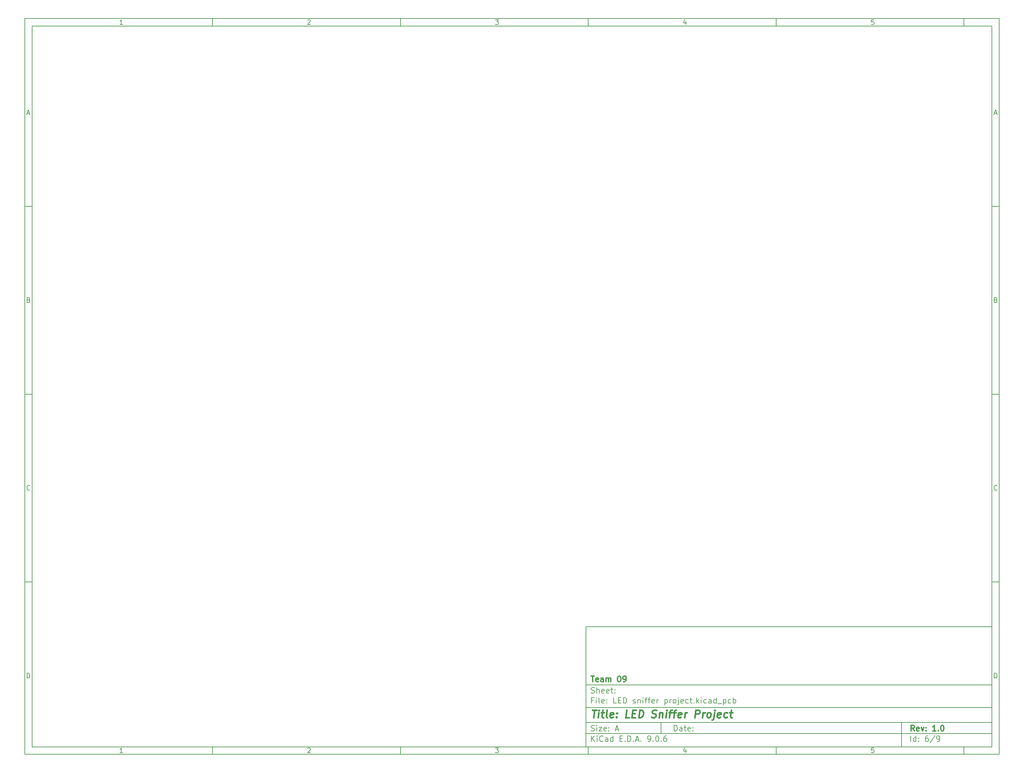
<source format=gbr>
%TF.GenerationSoftware,KiCad,Pcbnew,9.0.6*%
%TF.CreationDate,2025-11-19T19:30:43-08:00*%
%TF.ProjectId,LED sniffer project,4c454420-736e-4696-9666-65722070726f,1.0*%
%TF.SameCoordinates,Original*%
%TF.FileFunction,Legend,Bot*%
%TF.FilePolarity,Positive*%
%FSLAX46Y46*%
G04 Gerber Fmt 4.6, Leading zero omitted, Abs format (unit mm)*
G04 Created by KiCad (PCBNEW 9.0.6) date 2025-11-19 19:30:43*
%MOMM*%
%LPD*%
G01*
G04 APERTURE LIST*
%ADD10C,0.100000*%
%ADD11C,0.150000*%
%ADD12C,0.300000*%
%ADD13C,0.400000*%
G04 APERTURE END LIST*
D10*
D11*
X159400000Y-171900000D02*
X267400000Y-171900000D01*
X267400000Y-203900000D01*
X159400000Y-203900000D01*
X159400000Y-171900000D01*
D10*
D11*
X10000000Y-10000000D02*
X269400000Y-10000000D01*
X269400000Y-205900000D01*
X10000000Y-205900000D01*
X10000000Y-10000000D01*
D10*
D11*
X12000000Y-12000000D02*
X267400000Y-12000000D01*
X267400000Y-203900000D01*
X12000000Y-203900000D01*
X12000000Y-12000000D01*
D10*
D11*
X60000000Y-12000000D02*
X60000000Y-10000000D01*
D10*
D11*
X110000000Y-12000000D02*
X110000000Y-10000000D01*
D10*
D11*
X160000000Y-12000000D02*
X160000000Y-10000000D01*
D10*
D11*
X210000000Y-12000000D02*
X210000000Y-10000000D01*
D10*
D11*
X260000000Y-12000000D02*
X260000000Y-10000000D01*
D10*
D11*
X36089160Y-11593604D02*
X35346303Y-11593604D01*
X35717731Y-11593604D02*
X35717731Y-10293604D01*
X35717731Y-10293604D02*
X35593922Y-10479319D01*
X35593922Y-10479319D02*
X35470112Y-10603128D01*
X35470112Y-10603128D02*
X35346303Y-10665033D01*
D10*
D11*
X85346303Y-10417414D02*
X85408207Y-10355509D01*
X85408207Y-10355509D02*
X85532017Y-10293604D01*
X85532017Y-10293604D02*
X85841541Y-10293604D01*
X85841541Y-10293604D02*
X85965350Y-10355509D01*
X85965350Y-10355509D02*
X86027255Y-10417414D01*
X86027255Y-10417414D02*
X86089160Y-10541223D01*
X86089160Y-10541223D02*
X86089160Y-10665033D01*
X86089160Y-10665033D02*
X86027255Y-10850747D01*
X86027255Y-10850747D02*
X85284398Y-11593604D01*
X85284398Y-11593604D02*
X86089160Y-11593604D01*
D10*
D11*
X135284398Y-10293604D02*
X136089160Y-10293604D01*
X136089160Y-10293604D02*
X135655826Y-10788842D01*
X135655826Y-10788842D02*
X135841541Y-10788842D01*
X135841541Y-10788842D02*
X135965350Y-10850747D01*
X135965350Y-10850747D02*
X136027255Y-10912652D01*
X136027255Y-10912652D02*
X136089160Y-11036461D01*
X136089160Y-11036461D02*
X136089160Y-11345985D01*
X136089160Y-11345985D02*
X136027255Y-11469795D01*
X136027255Y-11469795D02*
X135965350Y-11531700D01*
X135965350Y-11531700D02*
X135841541Y-11593604D01*
X135841541Y-11593604D02*
X135470112Y-11593604D01*
X135470112Y-11593604D02*
X135346303Y-11531700D01*
X135346303Y-11531700D02*
X135284398Y-11469795D01*
D10*
D11*
X185965350Y-10726938D02*
X185965350Y-11593604D01*
X185655826Y-10231700D02*
X185346303Y-11160271D01*
X185346303Y-11160271D02*
X186151064Y-11160271D01*
D10*
D11*
X236027255Y-10293604D02*
X235408207Y-10293604D01*
X235408207Y-10293604D02*
X235346303Y-10912652D01*
X235346303Y-10912652D02*
X235408207Y-10850747D01*
X235408207Y-10850747D02*
X235532017Y-10788842D01*
X235532017Y-10788842D02*
X235841541Y-10788842D01*
X235841541Y-10788842D02*
X235965350Y-10850747D01*
X235965350Y-10850747D02*
X236027255Y-10912652D01*
X236027255Y-10912652D02*
X236089160Y-11036461D01*
X236089160Y-11036461D02*
X236089160Y-11345985D01*
X236089160Y-11345985D02*
X236027255Y-11469795D01*
X236027255Y-11469795D02*
X235965350Y-11531700D01*
X235965350Y-11531700D02*
X235841541Y-11593604D01*
X235841541Y-11593604D02*
X235532017Y-11593604D01*
X235532017Y-11593604D02*
X235408207Y-11531700D01*
X235408207Y-11531700D02*
X235346303Y-11469795D01*
D10*
D11*
X60000000Y-203900000D02*
X60000000Y-205900000D01*
D10*
D11*
X110000000Y-203900000D02*
X110000000Y-205900000D01*
D10*
D11*
X160000000Y-203900000D02*
X160000000Y-205900000D01*
D10*
D11*
X210000000Y-203900000D02*
X210000000Y-205900000D01*
D10*
D11*
X260000000Y-203900000D02*
X260000000Y-205900000D01*
D10*
D11*
X36089160Y-205493604D02*
X35346303Y-205493604D01*
X35717731Y-205493604D02*
X35717731Y-204193604D01*
X35717731Y-204193604D02*
X35593922Y-204379319D01*
X35593922Y-204379319D02*
X35470112Y-204503128D01*
X35470112Y-204503128D02*
X35346303Y-204565033D01*
D10*
D11*
X85346303Y-204317414D02*
X85408207Y-204255509D01*
X85408207Y-204255509D02*
X85532017Y-204193604D01*
X85532017Y-204193604D02*
X85841541Y-204193604D01*
X85841541Y-204193604D02*
X85965350Y-204255509D01*
X85965350Y-204255509D02*
X86027255Y-204317414D01*
X86027255Y-204317414D02*
X86089160Y-204441223D01*
X86089160Y-204441223D02*
X86089160Y-204565033D01*
X86089160Y-204565033D02*
X86027255Y-204750747D01*
X86027255Y-204750747D02*
X85284398Y-205493604D01*
X85284398Y-205493604D02*
X86089160Y-205493604D01*
D10*
D11*
X135284398Y-204193604D02*
X136089160Y-204193604D01*
X136089160Y-204193604D02*
X135655826Y-204688842D01*
X135655826Y-204688842D02*
X135841541Y-204688842D01*
X135841541Y-204688842D02*
X135965350Y-204750747D01*
X135965350Y-204750747D02*
X136027255Y-204812652D01*
X136027255Y-204812652D02*
X136089160Y-204936461D01*
X136089160Y-204936461D02*
X136089160Y-205245985D01*
X136089160Y-205245985D02*
X136027255Y-205369795D01*
X136027255Y-205369795D02*
X135965350Y-205431700D01*
X135965350Y-205431700D02*
X135841541Y-205493604D01*
X135841541Y-205493604D02*
X135470112Y-205493604D01*
X135470112Y-205493604D02*
X135346303Y-205431700D01*
X135346303Y-205431700D02*
X135284398Y-205369795D01*
D10*
D11*
X185965350Y-204626938D02*
X185965350Y-205493604D01*
X185655826Y-204131700D02*
X185346303Y-205060271D01*
X185346303Y-205060271D02*
X186151064Y-205060271D01*
D10*
D11*
X236027255Y-204193604D02*
X235408207Y-204193604D01*
X235408207Y-204193604D02*
X235346303Y-204812652D01*
X235346303Y-204812652D02*
X235408207Y-204750747D01*
X235408207Y-204750747D02*
X235532017Y-204688842D01*
X235532017Y-204688842D02*
X235841541Y-204688842D01*
X235841541Y-204688842D02*
X235965350Y-204750747D01*
X235965350Y-204750747D02*
X236027255Y-204812652D01*
X236027255Y-204812652D02*
X236089160Y-204936461D01*
X236089160Y-204936461D02*
X236089160Y-205245985D01*
X236089160Y-205245985D02*
X236027255Y-205369795D01*
X236027255Y-205369795D02*
X235965350Y-205431700D01*
X235965350Y-205431700D02*
X235841541Y-205493604D01*
X235841541Y-205493604D02*
X235532017Y-205493604D01*
X235532017Y-205493604D02*
X235408207Y-205431700D01*
X235408207Y-205431700D02*
X235346303Y-205369795D01*
D10*
D11*
X10000000Y-60000000D02*
X12000000Y-60000000D01*
D10*
D11*
X10000000Y-110000000D02*
X12000000Y-110000000D01*
D10*
D11*
X10000000Y-160000000D02*
X12000000Y-160000000D01*
D10*
D11*
X10690476Y-35222176D02*
X11309523Y-35222176D01*
X10566666Y-35593604D02*
X10999999Y-34293604D01*
X10999999Y-34293604D02*
X11433333Y-35593604D01*
D10*
D11*
X11092857Y-84912652D02*
X11278571Y-84974557D01*
X11278571Y-84974557D02*
X11340476Y-85036461D01*
X11340476Y-85036461D02*
X11402380Y-85160271D01*
X11402380Y-85160271D02*
X11402380Y-85345985D01*
X11402380Y-85345985D02*
X11340476Y-85469795D01*
X11340476Y-85469795D02*
X11278571Y-85531700D01*
X11278571Y-85531700D02*
X11154761Y-85593604D01*
X11154761Y-85593604D02*
X10659523Y-85593604D01*
X10659523Y-85593604D02*
X10659523Y-84293604D01*
X10659523Y-84293604D02*
X11092857Y-84293604D01*
X11092857Y-84293604D02*
X11216666Y-84355509D01*
X11216666Y-84355509D02*
X11278571Y-84417414D01*
X11278571Y-84417414D02*
X11340476Y-84541223D01*
X11340476Y-84541223D02*
X11340476Y-84665033D01*
X11340476Y-84665033D02*
X11278571Y-84788842D01*
X11278571Y-84788842D02*
X11216666Y-84850747D01*
X11216666Y-84850747D02*
X11092857Y-84912652D01*
X11092857Y-84912652D02*
X10659523Y-84912652D01*
D10*
D11*
X11402380Y-135469795D02*
X11340476Y-135531700D01*
X11340476Y-135531700D02*
X11154761Y-135593604D01*
X11154761Y-135593604D02*
X11030952Y-135593604D01*
X11030952Y-135593604D02*
X10845238Y-135531700D01*
X10845238Y-135531700D02*
X10721428Y-135407890D01*
X10721428Y-135407890D02*
X10659523Y-135284080D01*
X10659523Y-135284080D02*
X10597619Y-135036461D01*
X10597619Y-135036461D02*
X10597619Y-134850747D01*
X10597619Y-134850747D02*
X10659523Y-134603128D01*
X10659523Y-134603128D02*
X10721428Y-134479319D01*
X10721428Y-134479319D02*
X10845238Y-134355509D01*
X10845238Y-134355509D02*
X11030952Y-134293604D01*
X11030952Y-134293604D02*
X11154761Y-134293604D01*
X11154761Y-134293604D02*
X11340476Y-134355509D01*
X11340476Y-134355509D02*
X11402380Y-134417414D01*
D10*
D11*
X10659523Y-185593604D02*
X10659523Y-184293604D01*
X10659523Y-184293604D02*
X10969047Y-184293604D01*
X10969047Y-184293604D02*
X11154761Y-184355509D01*
X11154761Y-184355509D02*
X11278571Y-184479319D01*
X11278571Y-184479319D02*
X11340476Y-184603128D01*
X11340476Y-184603128D02*
X11402380Y-184850747D01*
X11402380Y-184850747D02*
X11402380Y-185036461D01*
X11402380Y-185036461D02*
X11340476Y-185284080D01*
X11340476Y-185284080D02*
X11278571Y-185407890D01*
X11278571Y-185407890D02*
X11154761Y-185531700D01*
X11154761Y-185531700D02*
X10969047Y-185593604D01*
X10969047Y-185593604D02*
X10659523Y-185593604D01*
D10*
D11*
X269400000Y-60000000D02*
X267400000Y-60000000D01*
D10*
D11*
X269400000Y-110000000D02*
X267400000Y-110000000D01*
D10*
D11*
X269400000Y-160000000D02*
X267400000Y-160000000D01*
D10*
D11*
X268090476Y-35222176D02*
X268709523Y-35222176D01*
X267966666Y-35593604D02*
X268399999Y-34293604D01*
X268399999Y-34293604D02*
X268833333Y-35593604D01*
D10*
D11*
X268492857Y-84912652D02*
X268678571Y-84974557D01*
X268678571Y-84974557D02*
X268740476Y-85036461D01*
X268740476Y-85036461D02*
X268802380Y-85160271D01*
X268802380Y-85160271D02*
X268802380Y-85345985D01*
X268802380Y-85345985D02*
X268740476Y-85469795D01*
X268740476Y-85469795D02*
X268678571Y-85531700D01*
X268678571Y-85531700D02*
X268554761Y-85593604D01*
X268554761Y-85593604D02*
X268059523Y-85593604D01*
X268059523Y-85593604D02*
X268059523Y-84293604D01*
X268059523Y-84293604D02*
X268492857Y-84293604D01*
X268492857Y-84293604D02*
X268616666Y-84355509D01*
X268616666Y-84355509D02*
X268678571Y-84417414D01*
X268678571Y-84417414D02*
X268740476Y-84541223D01*
X268740476Y-84541223D02*
X268740476Y-84665033D01*
X268740476Y-84665033D02*
X268678571Y-84788842D01*
X268678571Y-84788842D02*
X268616666Y-84850747D01*
X268616666Y-84850747D02*
X268492857Y-84912652D01*
X268492857Y-84912652D02*
X268059523Y-84912652D01*
D10*
D11*
X268802380Y-135469795D02*
X268740476Y-135531700D01*
X268740476Y-135531700D02*
X268554761Y-135593604D01*
X268554761Y-135593604D02*
X268430952Y-135593604D01*
X268430952Y-135593604D02*
X268245238Y-135531700D01*
X268245238Y-135531700D02*
X268121428Y-135407890D01*
X268121428Y-135407890D02*
X268059523Y-135284080D01*
X268059523Y-135284080D02*
X267997619Y-135036461D01*
X267997619Y-135036461D02*
X267997619Y-134850747D01*
X267997619Y-134850747D02*
X268059523Y-134603128D01*
X268059523Y-134603128D02*
X268121428Y-134479319D01*
X268121428Y-134479319D02*
X268245238Y-134355509D01*
X268245238Y-134355509D02*
X268430952Y-134293604D01*
X268430952Y-134293604D02*
X268554761Y-134293604D01*
X268554761Y-134293604D02*
X268740476Y-134355509D01*
X268740476Y-134355509D02*
X268802380Y-134417414D01*
D10*
D11*
X268059523Y-185593604D02*
X268059523Y-184293604D01*
X268059523Y-184293604D02*
X268369047Y-184293604D01*
X268369047Y-184293604D02*
X268554761Y-184355509D01*
X268554761Y-184355509D02*
X268678571Y-184479319D01*
X268678571Y-184479319D02*
X268740476Y-184603128D01*
X268740476Y-184603128D02*
X268802380Y-184850747D01*
X268802380Y-184850747D02*
X268802380Y-185036461D01*
X268802380Y-185036461D02*
X268740476Y-185284080D01*
X268740476Y-185284080D02*
X268678571Y-185407890D01*
X268678571Y-185407890D02*
X268554761Y-185531700D01*
X268554761Y-185531700D02*
X268369047Y-185593604D01*
X268369047Y-185593604D02*
X268059523Y-185593604D01*
D10*
D11*
X182855826Y-199686128D02*
X182855826Y-198186128D01*
X182855826Y-198186128D02*
X183212969Y-198186128D01*
X183212969Y-198186128D02*
X183427255Y-198257557D01*
X183427255Y-198257557D02*
X183570112Y-198400414D01*
X183570112Y-198400414D02*
X183641541Y-198543271D01*
X183641541Y-198543271D02*
X183712969Y-198828985D01*
X183712969Y-198828985D02*
X183712969Y-199043271D01*
X183712969Y-199043271D02*
X183641541Y-199328985D01*
X183641541Y-199328985D02*
X183570112Y-199471842D01*
X183570112Y-199471842D02*
X183427255Y-199614700D01*
X183427255Y-199614700D02*
X183212969Y-199686128D01*
X183212969Y-199686128D02*
X182855826Y-199686128D01*
X184998684Y-199686128D02*
X184998684Y-198900414D01*
X184998684Y-198900414D02*
X184927255Y-198757557D01*
X184927255Y-198757557D02*
X184784398Y-198686128D01*
X184784398Y-198686128D02*
X184498684Y-198686128D01*
X184498684Y-198686128D02*
X184355826Y-198757557D01*
X184998684Y-199614700D02*
X184855826Y-199686128D01*
X184855826Y-199686128D02*
X184498684Y-199686128D01*
X184498684Y-199686128D02*
X184355826Y-199614700D01*
X184355826Y-199614700D02*
X184284398Y-199471842D01*
X184284398Y-199471842D02*
X184284398Y-199328985D01*
X184284398Y-199328985D02*
X184355826Y-199186128D01*
X184355826Y-199186128D02*
X184498684Y-199114700D01*
X184498684Y-199114700D02*
X184855826Y-199114700D01*
X184855826Y-199114700D02*
X184998684Y-199043271D01*
X185498684Y-198686128D02*
X186070112Y-198686128D01*
X185712969Y-198186128D02*
X185712969Y-199471842D01*
X185712969Y-199471842D02*
X185784398Y-199614700D01*
X185784398Y-199614700D02*
X185927255Y-199686128D01*
X185927255Y-199686128D02*
X186070112Y-199686128D01*
X187141541Y-199614700D02*
X186998684Y-199686128D01*
X186998684Y-199686128D02*
X186712970Y-199686128D01*
X186712970Y-199686128D02*
X186570112Y-199614700D01*
X186570112Y-199614700D02*
X186498684Y-199471842D01*
X186498684Y-199471842D02*
X186498684Y-198900414D01*
X186498684Y-198900414D02*
X186570112Y-198757557D01*
X186570112Y-198757557D02*
X186712970Y-198686128D01*
X186712970Y-198686128D02*
X186998684Y-198686128D01*
X186998684Y-198686128D02*
X187141541Y-198757557D01*
X187141541Y-198757557D02*
X187212970Y-198900414D01*
X187212970Y-198900414D02*
X187212970Y-199043271D01*
X187212970Y-199043271D02*
X186498684Y-199186128D01*
X187855826Y-199543271D02*
X187927255Y-199614700D01*
X187927255Y-199614700D02*
X187855826Y-199686128D01*
X187855826Y-199686128D02*
X187784398Y-199614700D01*
X187784398Y-199614700D02*
X187855826Y-199543271D01*
X187855826Y-199543271D02*
X187855826Y-199686128D01*
X187855826Y-198757557D02*
X187927255Y-198828985D01*
X187927255Y-198828985D02*
X187855826Y-198900414D01*
X187855826Y-198900414D02*
X187784398Y-198828985D01*
X187784398Y-198828985D02*
X187855826Y-198757557D01*
X187855826Y-198757557D02*
X187855826Y-198900414D01*
D10*
D11*
X159400000Y-200400000D02*
X267400000Y-200400000D01*
D10*
D11*
X160855826Y-202486128D02*
X160855826Y-200986128D01*
X161712969Y-202486128D02*
X161070112Y-201628985D01*
X161712969Y-200986128D02*
X160855826Y-201843271D01*
X162355826Y-202486128D02*
X162355826Y-201486128D01*
X162355826Y-200986128D02*
X162284398Y-201057557D01*
X162284398Y-201057557D02*
X162355826Y-201128985D01*
X162355826Y-201128985D02*
X162427255Y-201057557D01*
X162427255Y-201057557D02*
X162355826Y-200986128D01*
X162355826Y-200986128D02*
X162355826Y-201128985D01*
X163927255Y-202343271D02*
X163855827Y-202414700D01*
X163855827Y-202414700D02*
X163641541Y-202486128D01*
X163641541Y-202486128D02*
X163498684Y-202486128D01*
X163498684Y-202486128D02*
X163284398Y-202414700D01*
X163284398Y-202414700D02*
X163141541Y-202271842D01*
X163141541Y-202271842D02*
X163070112Y-202128985D01*
X163070112Y-202128985D02*
X162998684Y-201843271D01*
X162998684Y-201843271D02*
X162998684Y-201628985D01*
X162998684Y-201628985D02*
X163070112Y-201343271D01*
X163070112Y-201343271D02*
X163141541Y-201200414D01*
X163141541Y-201200414D02*
X163284398Y-201057557D01*
X163284398Y-201057557D02*
X163498684Y-200986128D01*
X163498684Y-200986128D02*
X163641541Y-200986128D01*
X163641541Y-200986128D02*
X163855827Y-201057557D01*
X163855827Y-201057557D02*
X163927255Y-201128985D01*
X165212970Y-202486128D02*
X165212970Y-201700414D01*
X165212970Y-201700414D02*
X165141541Y-201557557D01*
X165141541Y-201557557D02*
X164998684Y-201486128D01*
X164998684Y-201486128D02*
X164712970Y-201486128D01*
X164712970Y-201486128D02*
X164570112Y-201557557D01*
X165212970Y-202414700D02*
X165070112Y-202486128D01*
X165070112Y-202486128D02*
X164712970Y-202486128D01*
X164712970Y-202486128D02*
X164570112Y-202414700D01*
X164570112Y-202414700D02*
X164498684Y-202271842D01*
X164498684Y-202271842D02*
X164498684Y-202128985D01*
X164498684Y-202128985D02*
X164570112Y-201986128D01*
X164570112Y-201986128D02*
X164712970Y-201914700D01*
X164712970Y-201914700D02*
X165070112Y-201914700D01*
X165070112Y-201914700D02*
X165212970Y-201843271D01*
X166570113Y-202486128D02*
X166570113Y-200986128D01*
X166570113Y-202414700D02*
X166427255Y-202486128D01*
X166427255Y-202486128D02*
X166141541Y-202486128D01*
X166141541Y-202486128D02*
X165998684Y-202414700D01*
X165998684Y-202414700D02*
X165927255Y-202343271D01*
X165927255Y-202343271D02*
X165855827Y-202200414D01*
X165855827Y-202200414D02*
X165855827Y-201771842D01*
X165855827Y-201771842D02*
X165927255Y-201628985D01*
X165927255Y-201628985D02*
X165998684Y-201557557D01*
X165998684Y-201557557D02*
X166141541Y-201486128D01*
X166141541Y-201486128D02*
X166427255Y-201486128D01*
X166427255Y-201486128D02*
X166570113Y-201557557D01*
X168427255Y-201700414D02*
X168927255Y-201700414D01*
X169141541Y-202486128D02*
X168427255Y-202486128D01*
X168427255Y-202486128D02*
X168427255Y-200986128D01*
X168427255Y-200986128D02*
X169141541Y-200986128D01*
X169784398Y-202343271D02*
X169855827Y-202414700D01*
X169855827Y-202414700D02*
X169784398Y-202486128D01*
X169784398Y-202486128D02*
X169712970Y-202414700D01*
X169712970Y-202414700D02*
X169784398Y-202343271D01*
X169784398Y-202343271D02*
X169784398Y-202486128D01*
X170498684Y-202486128D02*
X170498684Y-200986128D01*
X170498684Y-200986128D02*
X170855827Y-200986128D01*
X170855827Y-200986128D02*
X171070113Y-201057557D01*
X171070113Y-201057557D02*
X171212970Y-201200414D01*
X171212970Y-201200414D02*
X171284399Y-201343271D01*
X171284399Y-201343271D02*
X171355827Y-201628985D01*
X171355827Y-201628985D02*
X171355827Y-201843271D01*
X171355827Y-201843271D02*
X171284399Y-202128985D01*
X171284399Y-202128985D02*
X171212970Y-202271842D01*
X171212970Y-202271842D02*
X171070113Y-202414700D01*
X171070113Y-202414700D02*
X170855827Y-202486128D01*
X170855827Y-202486128D02*
X170498684Y-202486128D01*
X171998684Y-202343271D02*
X172070113Y-202414700D01*
X172070113Y-202414700D02*
X171998684Y-202486128D01*
X171998684Y-202486128D02*
X171927256Y-202414700D01*
X171927256Y-202414700D02*
X171998684Y-202343271D01*
X171998684Y-202343271D02*
X171998684Y-202486128D01*
X172641542Y-202057557D02*
X173355828Y-202057557D01*
X172498685Y-202486128D02*
X172998685Y-200986128D01*
X172998685Y-200986128D02*
X173498685Y-202486128D01*
X173998684Y-202343271D02*
X174070113Y-202414700D01*
X174070113Y-202414700D02*
X173998684Y-202486128D01*
X173998684Y-202486128D02*
X173927256Y-202414700D01*
X173927256Y-202414700D02*
X173998684Y-202343271D01*
X173998684Y-202343271D02*
X173998684Y-202486128D01*
X175927256Y-202486128D02*
X176212970Y-202486128D01*
X176212970Y-202486128D02*
X176355827Y-202414700D01*
X176355827Y-202414700D02*
X176427256Y-202343271D01*
X176427256Y-202343271D02*
X176570113Y-202128985D01*
X176570113Y-202128985D02*
X176641542Y-201843271D01*
X176641542Y-201843271D02*
X176641542Y-201271842D01*
X176641542Y-201271842D02*
X176570113Y-201128985D01*
X176570113Y-201128985D02*
X176498685Y-201057557D01*
X176498685Y-201057557D02*
X176355827Y-200986128D01*
X176355827Y-200986128D02*
X176070113Y-200986128D01*
X176070113Y-200986128D02*
X175927256Y-201057557D01*
X175927256Y-201057557D02*
X175855827Y-201128985D01*
X175855827Y-201128985D02*
X175784399Y-201271842D01*
X175784399Y-201271842D02*
X175784399Y-201628985D01*
X175784399Y-201628985D02*
X175855827Y-201771842D01*
X175855827Y-201771842D02*
X175927256Y-201843271D01*
X175927256Y-201843271D02*
X176070113Y-201914700D01*
X176070113Y-201914700D02*
X176355827Y-201914700D01*
X176355827Y-201914700D02*
X176498685Y-201843271D01*
X176498685Y-201843271D02*
X176570113Y-201771842D01*
X176570113Y-201771842D02*
X176641542Y-201628985D01*
X177284398Y-202343271D02*
X177355827Y-202414700D01*
X177355827Y-202414700D02*
X177284398Y-202486128D01*
X177284398Y-202486128D02*
X177212970Y-202414700D01*
X177212970Y-202414700D02*
X177284398Y-202343271D01*
X177284398Y-202343271D02*
X177284398Y-202486128D01*
X178284399Y-200986128D02*
X178427256Y-200986128D01*
X178427256Y-200986128D02*
X178570113Y-201057557D01*
X178570113Y-201057557D02*
X178641542Y-201128985D01*
X178641542Y-201128985D02*
X178712970Y-201271842D01*
X178712970Y-201271842D02*
X178784399Y-201557557D01*
X178784399Y-201557557D02*
X178784399Y-201914700D01*
X178784399Y-201914700D02*
X178712970Y-202200414D01*
X178712970Y-202200414D02*
X178641542Y-202343271D01*
X178641542Y-202343271D02*
X178570113Y-202414700D01*
X178570113Y-202414700D02*
X178427256Y-202486128D01*
X178427256Y-202486128D02*
X178284399Y-202486128D01*
X178284399Y-202486128D02*
X178141542Y-202414700D01*
X178141542Y-202414700D02*
X178070113Y-202343271D01*
X178070113Y-202343271D02*
X177998684Y-202200414D01*
X177998684Y-202200414D02*
X177927256Y-201914700D01*
X177927256Y-201914700D02*
X177927256Y-201557557D01*
X177927256Y-201557557D02*
X177998684Y-201271842D01*
X177998684Y-201271842D02*
X178070113Y-201128985D01*
X178070113Y-201128985D02*
X178141542Y-201057557D01*
X178141542Y-201057557D02*
X178284399Y-200986128D01*
X179427255Y-202343271D02*
X179498684Y-202414700D01*
X179498684Y-202414700D02*
X179427255Y-202486128D01*
X179427255Y-202486128D02*
X179355827Y-202414700D01*
X179355827Y-202414700D02*
X179427255Y-202343271D01*
X179427255Y-202343271D02*
X179427255Y-202486128D01*
X180784399Y-200986128D02*
X180498684Y-200986128D01*
X180498684Y-200986128D02*
X180355827Y-201057557D01*
X180355827Y-201057557D02*
X180284399Y-201128985D01*
X180284399Y-201128985D02*
X180141541Y-201343271D01*
X180141541Y-201343271D02*
X180070113Y-201628985D01*
X180070113Y-201628985D02*
X180070113Y-202200414D01*
X180070113Y-202200414D02*
X180141541Y-202343271D01*
X180141541Y-202343271D02*
X180212970Y-202414700D01*
X180212970Y-202414700D02*
X180355827Y-202486128D01*
X180355827Y-202486128D02*
X180641541Y-202486128D01*
X180641541Y-202486128D02*
X180784399Y-202414700D01*
X180784399Y-202414700D02*
X180855827Y-202343271D01*
X180855827Y-202343271D02*
X180927256Y-202200414D01*
X180927256Y-202200414D02*
X180927256Y-201843271D01*
X180927256Y-201843271D02*
X180855827Y-201700414D01*
X180855827Y-201700414D02*
X180784399Y-201628985D01*
X180784399Y-201628985D02*
X180641541Y-201557557D01*
X180641541Y-201557557D02*
X180355827Y-201557557D01*
X180355827Y-201557557D02*
X180212970Y-201628985D01*
X180212970Y-201628985D02*
X180141541Y-201700414D01*
X180141541Y-201700414D02*
X180070113Y-201843271D01*
D10*
D11*
X159400000Y-197400000D02*
X267400000Y-197400000D01*
D10*
D12*
X246811653Y-199678328D02*
X246311653Y-198964042D01*
X245954510Y-199678328D02*
X245954510Y-198178328D01*
X245954510Y-198178328D02*
X246525939Y-198178328D01*
X246525939Y-198178328D02*
X246668796Y-198249757D01*
X246668796Y-198249757D02*
X246740225Y-198321185D01*
X246740225Y-198321185D02*
X246811653Y-198464042D01*
X246811653Y-198464042D02*
X246811653Y-198678328D01*
X246811653Y-198678328D02*
X246740225Y-198821185D01*
X246740225Y-198821185D02*
X246668796Y-198892614D01*
X246668796Y-198892614D02*
X246525939Y-198964042D01*
X246525939Y-198964042D02*
X245954510Y-198964042D01*
X248025939Y-199606900D02*
X247883082Y-199678328D01*
X247883082Y-199678328D02*
X247597368Y-199678328D01*
X247597368Y-199678328D02*
X247454510Y-199606900D01*
X247454510Y-199606900D02*
X247383082Y-199464042D01*
X247383082Y-199464042D02*
X247383082Y-198892614D01*
X247383082Y-198892614D02*
X247454510Y-198749757D01*
X247454510Y-198749757D02*
X247597368Y-198678328D01*
X247597368Y-198678328D02*
X247883082Y-198678328D01*
X247883082Y-198678328D02*
X248025939Y-198749757D01*
X248025939Y-198749757D02*
X248097368Y-198892614D01*
X248097368Y-198892614D02*
X248097368Y-199035471D01*
X248097368Y-199035471D02*
X247383082Y-199178328D01*
X248597367Y-198678328D02*
X248954510Y-199678328D01*
X248954510Y-199678328D02*
X249311653Y-198678328D01*
X249883081Y-199535471D02*
X249954510Y-199606900D01*
X249954510Y-199606900D02*
X249883081Y-199678328D01*
X249883081Y-199678328D02*
X249811653Y-199606900D01*
X249811653Y-199606900D02*
X249883081Y-199535471D01*
X249883081Y-199535471D02*
X249883081Y-199678328D01*
X249883081Y-198749757D02*
X249954510Y-198821185D01*
X249954510Y-198821185D02*
X249883081Y-198892614D01*
X249883081Y-198892614D02*
X249811653Y-198821185D01*
X249811653Y-198821185D02*
X249883081Y-198749757D01*
X249883081Y-198749757D02*
X249883081Y-198892614D01*
X252525939Y-199678328D02*
X251668796Y-199678328D01*
X252097367Y-199678328D02*
X252097367Y-198178328D01*
X252097367Y-198178328D02*
X251954510Y-198392614D01*
X251954510Y-198392614D02*
X251811653Y-198535471D01*
X251811653Y-198535471D02*
X251668796Y-198606900D01*
X253168795Y-199535471D02*
X253240224Y-199606900D01*
X253240224Y-199606900D02*
X253168795Y-199678328D01*
X253168795Y-199678328D02*
X253097367Y-199606900D01*
X253097367Y-199606900D02*
X253168795Y-199535471D01*
X253168795Y-199535471D02*
X253168795Y-199678328D01*
X254168796Y-198178328D02*
X254311653Y-198178328D01*
X254311653Y-198178328D02*
X254454510Y-198249757D01*
X254454510Y-198249757D02*
X254525939Y-198321185D01*
X254525939Y-198321185D02*
X254597367Y-198464042D01*
X254597367Y-198464042D02*
X254668796Y-198749757D01*
X254668796Y-198749757D02*
X254668796Y-199106900D01*
X254668796Y-199106900D02*
X254597367Y-199392614D01*
X254597367Y-199392614D02*
X254525939Y-199535471D01*
X254525939Y-199535471D02*
X254454510Y-199606900D01*
X254454510Y-199606900D02*
X254311653Y-199678328D01*
X254311653Y-199678328D02*
X254168796Y-199678328D01*
X254168796Y-199678328D02*
X254025939Y-199606900D01*
X254025939Y-199606900D02*
X253954510Y-199535471D01*
X253954510Y-199535471D02*
X253883081Y-199392614D01*
X253883081Y-199392614D02*
X253811653Y-199106900D01*
X253811653Y-199106900D02*
X253811653Y-198749757D01*
X253811653Y-198749757D02*
X253883081Y-198464042D01*
X253883081Y-198464042D02*
X253954510Y-198321185D01*
X253954510Y-198321185D02*
X254025939Y-198249757D01*
X254025939Y-198249757D02*
X254168796Y-198178328D01*
D10*
D11*
X160784398Y-199614700D02*
X160998684Y-199686128D01*
X160998684Y-199686128D02*
X161355826Y-199686128D01*
X161355826Y-199686128D02*
X161498684Y-199614700D01*
X161498684Y-199614700D02*
X161570112Y-199543271D01*
X161570112Y-199543271D02*
X161641541Y-199400414D01*
X161641541Y-199400414D02*
X161641541Y-199257557D01*
X161641541Y-199257557D02*
X161570112Y-199114700D01*
X161570112Y-199114700D02*
X161498684Y-199043271D01*
X161498684Y-199043271D02*
X161355826Y-198971842D01*
X161355826Y-198971842D02*
X161070112Y-198900414D01*
X161070112Y-198900414D02*
X160927255Y-198828985D01*
X160927255Y-198828985D02*
X160855826Y-198757557D01*
X160855826Y-198757557D02*
X160784398Y-198614700D01*
X160784398Y-198614700D02*
X160784398Y-198471842D01*
X160784398Y-198471842D02*
X160855826Y-198328985D01*
X160855826Y-198328985D02*
X160927255Y-198257557D01*
X160927255Y-198257557D02*
X161070112Y-198186128D01*
X161070112Y-198186128D02*
X161427255Y-198186128D01*
X161427255Y-198186128D02*
X161641541Y-198257557D01*
X162284397Y-199686128D02*
X162284397Y-198686128D01*
X162284397Y-198186128D02*
X162212969Y-198257557D01*
X162212969Y-198257557D02*
X162284397Y-198328985D01*
X162284397Y-198328985D02*
X162355826Y-198257557D01*
X162355826Y-198257557D02*
X162284397Y-198186128D01*
X162284397Y-198186128D02*
X162284397Y-198328985D01*
X162855826Y-198686128D02*
X163641541Y-198686128D01*
X163641541Y-198686128D02*
X162855826Y-199686128D01*
X162855826Y-199686128D02*
X163641541Y-199686128D01*
X164784398Y-199614700D02*
X164641541Y-199686128D01*
X164641541Y-199686128D02*
X164355827Y-199686128D01*
X164355827Y-199686128D02*
X164212969Y-199614700D01*
X164212969Y-199614700D02*
X164141541Y-199471842D01*
X164141541Y-199471842D02*
X164141541Y-198900414D01*
X164141541Y-198900414D02*
X164212969Y-198757557D01*
X164212969Y-198757557D02*
X164355827Y-198686128D01*
X164355827Y-198686128D02*
X164641541Y-198686128D01*
X164641541Y-198686128D02*
X164784398Y-198757557D01*
X164784398Y-198757557D02*
X164855827Y-198900414D01*
X164855827Y-198900414D02*
X164855827Y-199043271D01*
X164855827Y-199043271D02*
X164141541Y-199186128D01*
X165498683Y-199543271D02*
X165570112Y-199614700D01*
X165570112Y-199614700D02*
X165498683Y-199686128D01*
X165498683Y-199686128D02*
X165427255Y-199614700D01*
X165427255Y-199614700D02*
X165498683Y-199543271D01*
X165498683Y-199543271D02*
X165498683Y-199686128D01*
X165498683Y-198757557D02*
X165570112Y-198828985D01*
X165570112Y-198828985D02*
X165498683Y-198900414D01*
X165498683Y-198900414D02*
X165427255Y-198828985D01*
X165427255Y-198828985D02*
X165498683Y-198757557D01*
X165498683Y-198757557D02*
X165498683Y-198900414D01*
X167284398Y-199257557D02*
X167998684Y-199257557D01*
X167141541Y-199686128D02*
X167641541Y-198186128D01*
X167641541Y-198186128D02*
X168141541Y-199686128D01*
D10*
D11*
X245855826Y-202486128D02*
X245855826Y-200986128D01*
X247212970Y-202486128D02*
X247212970Y-200986128D01*
X247212970Y-202414700D02*
X247070112Y-202486128D01*
X247070112Y-202486128D02*
X246784398Y-202486128D01*
X246784398Y-202486128D02*
X246641541Y-202414700D01*
X246641541Y-202414700D02*
X246570112Y-202343271D01*
X246570112Y-202343271D02*
X246498684Y-202200414D01*
X246498684Y-202200414D02*
X246498684Y-201771842D01*
X246498684Y-201771842D02*
X246570112Y-201628985D01*
X246570112Y-201628985D02*
X246641541Y-201557557D01*
X246641541Y-201557557D02*
X246784398Y-201486128D01*
X246784398Y-201486128D02*
X247070112Y-201486128D01*
X247070112Y-201486128D02*
X247212970Y-201557557D01*
X247927255Y-202343271D02*
X247998684Y-202414700D01*
X247998684Y-202414700D02*
X247927255Y-202486128D01*
X247927255Y-202486128D02*
X247855827Y-202414700D01*
X247855827Y-202414700D02*
X247927255Y-202343271D01*
X247927255Y-202343271D02*
X247927255Y-202486128D01*
X247927255Y-201557557D02*
X247998684Y-201628985D01*
X247998684Y-201628985D02*
X247927255Y-201700414D01*
X247927255Y-201700414D02*
X247855827Y-201628985D01*
X247855827Y-201628985D02*
X247927255Y-201557557D01*
X247927255Y-201557557D02*
X247927255Y-201700414D01*
X250427256Y-200986128D02*
X250141541Y-200986128D01*
X250141541Y-200986128D02*
X249998684Y-201057557D01*
X249998684Y-201057557D02*
X249927256Y-201128985D01*
X249927256Y-201128985D02*
X249784398Y-201343271D01*
X249784398Y-201343271D02*
X249712970Y-201628985D01*
X249712970Y-201628985D02*
X249712970Y-202200414D01*
X249712970Y-202200414D02*
X249784398Y-202343271D01*
X249784398Y-202343271D02*
X249855827Y-202414700D01*
X249855827Y-202414700D02*
X249998684Y-202486128D01*
X249998684Y-202486128D02*
X250284398Y-202486128D01*
X250284398Y-202486128D02*
X250427256Y-202414700D01*
X250427256Y-202414700D02*
X250498684Y-202343271D01*
X250498684Y-202343271D02*
X250570113Y-202200414D01*
X250570113Y-202200414D02*
X250570113Y-201843271D01*
X250570113Y-201843271D02*
X250498684Y-201700414D01*
X250498684Y-201700414D02*
X250427256Y-201628985D01*
X250427256Y-201628985D02*
X250284398Y-201557557D01*
X250284398Y-201557557D02*
X249998684Y-201557557D01*
X249998684Y-201557557D02*
X249855827Y-201628985D01*
X249855827Y-201628985D02*
X249784398Y-201700414D01*
X249784398Y-201700414D02*
X249712970Y-201843271D01*
X252284398Y-200914700D02*
X250998684Y-202843271D01*
X252855827Y-202486128D02*
X253141541Y-202486128D01*
X253141541Y-202486128D02*
X253284398Y-202414700D01*
X253284398Y-202414700D02*
X253355827Y-202343271D01*
X253355827Y-202343271D02*
X253498684Y-202128985D01*
X253498684Y-202128985D02*
X253570113Y-201843271D01*
X253570113Y-201843271D02*
X253570113Y-201271842D01*
X253570113Y-201271842D02*
X253498684Y-201128985D01*
X253498684Y-201128985D02*
X253427256Y-201057557D01*
X253427256Y-201057557D02*
X253284398Y-200986128D01*
X253284398Y-200986128D02*
X252998684Y-200986128D01*
X252998684Y-200986128D02*
X252855827Y-201057557D01*
X252855827Y-201057557D02*
X252784398Y-201128985D01*
X252784398Y-201128985D02*
X252712970Y-201271842D01*
X252712970Y-201271842D02*
X252712970Y-201628985D01*
X252712970Y-201628985D02*
X252784398Y-201771842D01*
X252784398Y-201771842D02*
X252855827Y-201843271D01*
X252855827Y-201843271D02*
X252998684Y-201914700D01*
X252998684Y-201914700D02*
X253284398Y-201914700D01*
X253284398Y-201914700D02*
X253427256Y-201843271D01*
X253427256Y-201843271D02*
X253498684Y-201771842D01*
X253498684Y-201771842D02*
X253570113Y-201628985D01*
D10*
D11*
X159400000Y-193400000D02*
X267400000Y-193400000D01*
D10*
D13*
X161091728Y-194104438D02*
X162234585Y-194104438D01*
X161413157Y-196104438D02*
X161663157Y-194104438D01*
X162651252Y-196104438D02*
X162817919Y-194771104D01*
X162901252Y-194104438D02*
X162794109Y-194199676D01*
X162794109Y-194199676D02*
X162877443Y-194294914D01*
X162877443Y-194294914D02*
X162984586Y-194199676D01*
X162984586Y-194199676D02*
X162901252Y-194104438D01*
X162901252Y-194104438D02*
X162877443Y-194294914D01*
X163484586Y-194771104D02*
X164246490Y-194771104D01*
X163853633Y-194104438D02*
X163639348Y-195818723D01*
X163639348Y-195818723D02*
X163710776Y-196009200D01*
X163710776Y-196009200D02*
X163889348Y-196104438D01*
X163889348Y-196104438D02*
X164079824Y-196104438D01*
X165032205Y-196104438D02*
X164853633Y-196009200D01*
X164853633Y-196009200D02*
X164782205Y-195818723D01*
X164782205Y-195818723D02*
X164996490Y-194104438D01*
X166567919Y-196009200D02*
X166365538Y-196104438D01*
X166365538Y-196104438D02*
X165984585Y-196104438D01*
X165984585Y-196104438D02*
X165806014Y-196009200D01*
X165806014Y-196009200D02*
X165734585Y-195818723D01*
X165734585Y-195818723D02*
X165829824Y-195056819D01*
X165829824Y-195056819D02*
X165948871Y-194866342D01*
X165948871Y-194866342D02*
X166151252Y-194771104D01*
X166151252Y-194771104D02*
X166532204Y-194771104D01*
X166532204Y-194771104D02*
X166710776Y-194866342D01*
X166710776Y-194866342D02*
X166782204Y-195056819D01*
X166782204Y-195056819D02*
X166758395Y-195247295D01*
X166758395Y-195247295D02*
X165782204Y-195437771D01*
X167532205Y-195913961D02*
X167615538Y-196009200D01*
X167615538Y-196009200D02*
X167508395Y-196104438D01*
X167508395Y-196104438D02*
X167425062Y-196009200D01*
X167425062Y-196009200D02*
X167532205Y-195913961D01*
X167532205Y-195913961D02*
X167508395Y-196104438D01*
X167663157Y-194866342D02*
X167746490Y-194961580D01*
X167746490Y-194961580D02*
X167639348Y-195056819D01*
X167639348Y-195056819D02*
X167556014Y-194961580D01*
X167556014Y-194961580D02*
X167663157Y-194866342D01*
X167663157Y-194866342D02*
X167639348Y-195056819D01*
X170936967Y-196104438D02*
X169984586Y-196104438D01*
X169984586Y-196104438D02*
X170234586Y-194104438D01*
X171734587Y-195056819D02*
X172401253Y-195056819D01*
X172556015Y-196104438D02*
X171603634Y-196104438D01*
X171603634Y-196104438D02*
X171853634Y-194104438D01*
X171853634Y-194104438D02*
X172806015Y-194104438D01*
X173413158Y-196104438D02*
X173663158Y-194104438D01*
X173663158Y-194104438D02*
X174139349Y-194104438D01*
X174139349Y-194104438D02*
X174413158Y-194199676D01*
X174413158Y-194199676D02*
X174579825Y-194390152D01*
X174579825Y-194390152D02*
X174651253Y-194580628D01*
X174651253Y-194580628D02*
X174698873Y-194961580D01*
X174698873Y-194961580D02*
X174663158Y-195247295D01*
X174663158Y-195247295D02*
X174520301Y-195628247D01*
X174520301Y-195628247D02*
X174401253Y-195818723D01*
X174401253Y-195818723D02*
X174186968Y-196009200D01*
X174186968Y-196009200D02*
X173889349Y-196104438D01*
X173889349Y-196104438D02*
X173413158Y-196104438D01*
X176853635Y-196009200D02*
X177127444Y-196104438D01*
X177127444Y-196104438D02*
X177603635Y-196104438D01*
X177603635Y-196104438D02*
X177806016Y-196009200D01*
X177806016Y-196009200D02*
X177913159Y-195913961D01*
X177913159Y-195913961D02*
X178032206Y-195723485D01*
X178032206Y-195723485D02*
X178056016Y-195533009D01*
X178056016Y-195533009D02*
X177984587Y-195342533D01*
X177984587Y-195342533D02*
X177901254Y-195247295D01*
X177901254Y-195247295D02*
X177722683Y-195152057D01*
X177722683Y-195152057D02*
X177353635Y-195056819D01*
X177353635Y-195056819D02*
X177175063Y-194961580D01*
X177175063Y-194961580D02*
X177091730Y-194866342D01*
X177091730Y-194866342D02*
X177020302Y-194675866D01*
X177020302Y-194675866D02*
X177044111Y-194485390D01*
X177044111Y-194485390D02*
X177163159Y-194294914D01*
X177163159Y-194294914D02*
X177270302Y-194199676D01*
X177270302Y-194199676D02*
X177472683Y-194104438D01*
X177472683Y-194104438D02*
X177948873Y-194104438D01*
X177948873Y-194104438D02*
X178222683Y-194199676D01*
X179008397Y-194771104D02*
X178841730Y-196104438D01*
X178984587Y-194961580D02*
X179091730Y-194866342D01*
X179091730Y-194866342D02*
X179294111Y-194771104D01*
X179294111Y-194771104D02*
X179579825Y-194771104D01*
X179579825Y-194771104D02*
X179758397Y-194866342D01*
X179758397Y-194866342D02*
X179829825Y-195056819D01*
X179829825Y-195056819D02*
X179698873Y-196104438D01*
X180651254Y-196104438D02*
X180817921Y-194771104D01*
X180901254Y-194104438D02*
X180794111Y-194199676D01*
X180794111Y-194199676D02*
X180877445Y-194294914D01*
X180877445Y-194294914D02*
X180984588Y-194199676D01*
X180984588Y-194199676D02*
X180901254Y-194104438D01*
X180901254Y-194104438D02*
X180877445Y-194294914D01*
X181484588Y-194771104D02*
X182246492Y-194771104D01*
X181603635Y-196104438D02*
X181817921Y-194390152D01*
X181817921Y-194390152D02*
X181936969Y-194199676D01*
X181936969Y-194199676D02*
X182139350Y-194104438D01*
X182139350Y-194104438D02*
X182329826Y-194104438D01*
X182627445Y-194771104D02*
X183389349Y-194771104D01*
X182746492Y-196104438D02*
X182960778Y-194390152D01*
X182960778Y-194390152D02*
X183079826Y-194199676D01*
X183079826Y-194199676D02*
X183282207Y-194104438D01*
X183282207Y-194104438D02*
X183472683Y-194104438D01*
X184663159Y-196009200D02*
X184460778Y-196104438D01*
X184460778Y-196104438D02*
X184079825Y-196104438D01*
X184079825Y-196104438D02*
X183901254Y-196009200D01*
X183901254Y-196009200D02*
X183829825Y-195818723D01*
X183829825Y-195818723D02*
X183925064Y-195056819D01*
X183925064Y-195056819D02*
X184044111Y-194866342D01*
X184044111Y-194866342D02*
X184246492Y-194771104D01*
X184246492Y-194771104D02*
X184627444Y-194771104D01*
X184627444Y-194771104D02*
X184806016Y-194866342D01*
X184806016Y-194866342D02*
X184877444Y-195056819D01*
X184877444Y-195056819D02*
X184853635Y-195247295D01*
X184853635Y-195247295D02*
X183877444Y-195437771D01*
X185603635Y-196104438D02*
X185770302Y-194771104D01*
X185722683Y-195152057D02*
X185841730Y-194961580D01*
X185841730Y-194961580D02*
X185948873Y-194866342D01*
X185948873Y-194866342D02*
X186151254Y-194771104D01*
X186151254Y-194771104D02*
X186341730Y-194771104D01*
X188365540Y-196104438D02*
X188615540Y-194104438D01*
X188615540Y-194104438D02*
X189377445Y-194104438D01*
X189377445Y-194104438D02*
X189556016Y-194199676D01*
X189556016Y-194199676D02*
X189639350Y-194294914D01*
X189639350Y-194294914D02*
X189710778Y-194485390D01*
X189710778Y-194485390D02*
X189675064Y-194771104D01*
X189675064Y-194771104D02*
X189556016Y-194961580D01*
X189556016Y-194961580D02*
X189448874Y-195056819D01*
X189448874Y-195056819D02*
X189246493Y-195152057D01*
X189246493Y-195152057D02*
X188484588Y-195152057D01*
X190365540Y-196104438D02*
X190532207Y-194771104D01*
X190484588Y-195152057D02*
X190603635Y-194961580D01*
X190603635Y-194961580D02*
X190710778Y-194866342D01*
X190710778Y-194866342D02*
X190913159Y-194771104D01*
X190913159Y-194771104D02*
X191103635Y-194771104D01*
X191889350Y-196104438D02*
X191710778Y-196009200D01*
X191710778Y-196009200D02*
X191627445Y-195913961D01*
X191627445Y-195913961D02*
X191556016Y-195723485D01*
X191556016Y-195723485D02*
X191627445Y-195152057D01*
X191627445Y-195152057D02*
X191746492Y-194961580D01*
X191746492Y-194961580D02*
X191853635Y-194866342D01*
X191853635Y-194866342D02*
X192056016Y-194771104D01*
X192056016Y-194771104D02*
X192341730Y-194771104D01*
X192341730Y-194771104D02*
X192520302Y-194866342D01*
X192520302Y-194866342D02*
X192603635Y-194961580D01*
X192603635Y-194961580D02*
X192675064Y-195152057D01*
X192675064Y-195152057D02*
X192603635Y-195723485D01*
X192603635Y-195723485D02*
X192484588Y-195913961D01*
X192484588Y-195913961D02*
X192377445Y-196009200D01*
X192377445Y-196009200D02*
X192175064Y-196104438D01*
X192175064Y-196104438D02*
X191889350Y-196104438D01*
X193579826Y-194771104D02*
X193365540Y-196485390D01*
X193365540Y-196485390D02*
X193246493Y-196675866D01*
X193246493Y-196675866D02*
X193044112Y-196771104D01*
X193044112Y-196771104D02*
X192948874Y-196771104D01*
X193663159Y-194104438D02*
X193556016Y-194199676D01*
X193556016Y-194199676D02*
X193639350Y-194294914D01*
X193639350Y-194294914D02*
X193746493Y-194199676D01*
X193746493Y-194199676D02*
X193663159Y-194104438D01*
X193663159Y-194104438D02*
X193639350Y-194294914D01*
X195139350Y-196009200D02*
X194936969Y-196104438D01*
X194936969Y-196104438D02*
X194556016Y-196104438D01*
X194556016Y-196104438D02*
X194377445Y-196009200D01*
X194377445Y-196009200D02*
X194306016Y-195818723D01*
X194306016Y-195818723D02*
X194401255Y-195056819D01*
X194401255Y-195056819D02*
X194520302Y-194866342D01*
X194520302Y-194866342D02*
X194722683Y-194771104D01*
X194722683Y-194771104D02*
X195103635Y-194771104D01*
X195103635Y-194771104D02*
X195282207Y-194866342D01*
X195282207Y-194866342D02*
X195353635Y-195056819D01*
X195353635Y-195056819D02*
X195329826Y-195247295D01*
X195329826Y-195247295D02*
X194353635Y-195437771D01*
X196948874Y-196009200D02*
X196746493Y-196104438D01*
X196746493Y-196104438D02*
X196365541Y-196104438D01*
X196365541Y-196104438D02*
X196186969Y-196009200D01*
X196186969Y-196009200D02*
X196103636Y-195913961D01*
X196103636Y-195913961D02*
X196032207Y-195723485D01*
X196032207Y-195723485D02*
X196103636Y-195152057D01*
X196103636Y-195152057D02*
X196222683Y-194961580D01*
X196222683Y-194961580D02*
X196329826Y-194866342D01*
X196329826Y-194866342D02*
X196532207Y-194771104D01*
X196532207Y-194771104D02*
X196913160Y-194771104D01*
X196913160Y-194771104D02*
X197091731Y-194866342D01*
X197675065Y-194771104D02*
X198436969Y-194771104D01*
X198044112Y-194104438D02*
X197829827Y-195818723D01*
X197829827Y-195818723D02*
X197901255Y-196009200D01*
X197901255Y-196009200D02*
X198079827Y-196104438D01*
X198079827Y-196104438D02*
X198270303Y-196104438D01*
D10*
D11*
X161355826Y-191500414D02*
X160855826Y-191500414D01*
X160855826Y-192286128D02*
X160855826Y-190786128D01*
X160855826Y-190786128D02*
X161570112Y-190786128D01*
X162141540Y-192286128D02*
X162141540Y-191286128D01*
X162141540Y-190786128D02*
X162070112Y-190857557D01*
X162070112Y-190857557D02*
X162141540Y-190928985D01*
X162141540Y-190928985D02*
X162212969Y-190857557D01*
X162212969Y-190857557D02*
X162141540Y-190786128D01*
X162141540Y-190786128D02*
X162141540Y-190928985D01*
X163070112Y-192286128D02*
X162927255Y-192214700D01*
X162927255Y-192214700D02*
X162855826Y-192071842D01*
X162855826Y-192071842D02*
X162855826Y-190786128D01*
X164212969Y-192214700D02*
X164070112Y-192286128D01*
X164070112Y-192286128D02*
X163784398Y-192286128D01*
X163784398Y-192286128D02*
X163641540Y-192214700D01*
X163641540Y-192214700D02*
X163570112Y-192071842D01*
X163570112Y-192071842D02*
X163570112Y-191500414D01*
X163570112Y-191500414D02*
X163641540Y-191357557D01*
X163641540Y-191357557D02*
X163784398Y-191286128D01*
X163784398Y-191286128D02*
X164070112Y-191286128D01*
X164070112Y-191286128D02*
X164212969Y-191357557D01*
X164212969Y-191357557D02*
X164284398Y-191500414D01*
X164284398Y-191500414D02*
X164284398Y-191643271D01*
X164284398Y-191643271D02*
X163570112Y-191786128D01*
X164927254Y-192143271D02*
X164998683Y-192214700D01*
X164998683Y-192214700D02*
X164927254Y-192286128D01*
X164927254Y-192286128D02*
X164855826Y-192214700D01*
X164855826Y-192214700D02*
X164927254Y-192143271D01*
X164927254Y-192143271D02*
X164927254Y-192286128D01*
X164927254Y-191357557D02*
X164998683Y-191428985D01*
X164998683Y-191428985D02*
X164927254Y-191500414D01*
X164927254Y-191500414D02*
X164855826Y-191428985D01*
X164855826Y-191428985D02*
X164927254Y-191357557D01*
X164927254Y-191357557D02*
X164927254Y-191500414D01*
X167498683Y-192286128D02*
X166784397Y-192286128D01*
X166784397Y-192286128D02*
X166784397Y-190786128D01*
X167998683Y-191500414D02*
X168498683Y-191500414D01*
X168712969Y-192286128D02*
X167998683Y-192286128D01*
X167998683Y-192286128D02*
X167998683Y-190786128D01*
X167998683Y-190786128D02*
X168712969Y-190786128D01*
X169355826Y-192286128D02*
X169355826Y-190786128D01*
X169355826Y-190786128D02*
X169712969Y-190786128D01*
X169712969Y-190786128D02*
X169927255Y-190857557D01*
X169927255Y-190857557D02*
X170070112Y-191000414D01*
X170070112Y-191000414D02*
X170141541Y-191143271D01*
X170141541Y-191143271D02*
X170212969Y-191428985D01*
X170212969Y-191428985D02*
X170212969Y-191643271D01*
X170212969Y-191643271D02*
X170141541Y-191928985D01*
X170141541Y-191928985D02*
X170070112Y-192071842D01*
X170070112Y-192071842D02*
X169927255Y-192214700D01*
X169927255Y-192214700D02*
X169712969Y-192286128D01*
X169712969Y-192286128D02*
X169355826Y-192286128D01*
X171927255Y-192214700D02*
X172070112Y-192286128D01*
X172070112Y-192286128D02*
X172355826Y-192286128D01*
X172355826Y-192286128D02*
X172498683Y-192214700D01*
X172498683Y-192214700D02*
X172570112Y-192071842D01*
X172570112Y-192071842D02*
X172570112Y-192000414D01*
X172570112Y-192000414D02*
X172498683Y-191857557D01*
X172498683Y-191857557D02*
X172355826Y-191786128D01*
X172355826Y-191786128D02*
X172141541Y-191786128D01*
X172141541Y-191786128D02*
X171998683Y-191714700D01*
X171998683Y-191714700D02*
X171927255Y-191571842D01*
X171927255Y-191571842D02*
X171927255Y-191500414D01*
X171927255Y-191500414D02*
X171998683Y-191357557D01*
X171998683Y-191357557D02*
X172141541Y-191286128D01*
X172141541Y-191286128D02*
X172355826Y-191286128D01*
X172355826Y-191286128D02*
X172498683Y-191357557D01*
X173212969Y-191286128D02*
X173212969Y-192286128D01*
X173212969Y-191428985D02*
X173284398Y-191357557D01*
X173284398Y-191357557D02*
X173427255Y-191286128D01*
X173427255Y-191286128D02*
X173641541Y-191286128D01*
X173641541Y-191286128D02*
X173784398Y-191357557D01*
X173784398Y-191357557D02*
X173855827Y-191500414D01*
X173855827Y-191500414D02*
X173855827Y-192286128D01*
X174570112Y-192286128D02*
X174570112Y-191286128D01*
X174570112Y-190786128D02*
X174498684Y-190857557D01*
X174498684Y-190857557D02*
X174570112Y-190928985D01*
X174570112Y-190928985D02*
X174641541Y-190857557D01*
X174641541Y-190857557D02*
X174570112Y-190786128D01*
X174570112Y-190786128D02*
X174570112Y-190928985D01*
X175070113Y-191286128D02*
X175641541Y-191286128D01*
X175284398Y-192286128D02*
X175284398Y-191000414D01*
X175284398Y-191000414D02*
X175355827Y-190857557D01*
X175355827Y-190857557D02*
X175498684Y-190786128D01*
X175498684Y-190786128D02*
X175641541Y-190786128D01*
X175927256Y-191286128D02*
X176498684Y-191286128D01*
X176141541Y-192286128D02*
X176141541Y-191000414D01*
X176141541Y-191000414D02*
X176212970Y-190857557D01*
X176212970Y-190857557D02*
X176355827Y-190786128D01*
X176355827Y-190786128D02*
X176498684Y-190786128D01*
X177570113Y-192214700D02*
X177427256Y-192286128D01*
X177427256Y-192286128D02*
X177141542Y-192286128D01*
X177141542Y-192286128D02*
X176998684Y-192214700D01*
X176998684Y-192214700D02*
X176927256Y-192071842D01*
X176927256Y-192071842D02*
X176927256Y-191500414D01*
X176927256Y-191500414D02*
X176998684Y-191357557D01*
X176998684Y-191357557D02*
X177141542Y-191286128D01*
X177141542Y-191286128D02*
X177427256Y-191286128D01*
X177427256Y-191286128D02*
X177570113Y-191357557D01*
X177570113Y-191357557D02*
X177641542Y-191500414D01*
X177641542Y-191500414D02*
X177641542Y-191643271D01*
X177641542Y-191643271D02*
X176927256Y-191786128D01*
X178284398Y-192286128D02*
X178284398Y-191286128D01*
X178284398Y-191571842D02*
X178355827Y-191428985D01*
X178355827Y-191428985D02*
X178427256Y-191357557D01*
X178427256Y-191357557D02*
X178570113Y-191286128D01*
X178570113Y-191286128D02*
X178712970Y-191286128D01*
X180355826Y-191286128D02*
X180355826Y-192786128D01*
X180355826Y-191357557D02*
X180498684Y-191286128D01*
X180498684Y-191286128D02*
X180784398Y-191286128D01*
X180784398Y-191286128D02*
X180927255Y-191357557D01*
X180927255Y-191357557D02*
X180998684Y-191428985D01*
X180998684Y-191428985D02*
X181070112Y-191571842D01*
X181070112Y-191571842D02*
X181070112Y-192000414D01*
X181070112Y-192000414D02*
X180998684Y-192143271D01*
X180998684Y-192143271D02*
X180927255Y-192214700D01*
X180927255Y-192214700D02*
X180784398Y-192286128D01*
X180784398Y-192286128D02*
X180498684Y-192286128D01*
X180498684Y-192286128D02*
X180355826Y-192214700D01*
X181712969Y-192286128D02*
X181712969Y-191286128D01*
X181712969Y-191571842D02*
X181784398Y-191428985D01*
X181784398Y-191428985D02*
X181855827Y-191357557D01*
X181855827Y-191357557D02*
X181998684Y-191286128D01*
X181998684Y-191286128D02*
X182141541Y-191286128D01*
X182855826Y-192286128D02*
X182712969Y-192214700D01*
X182712969Y-192214700D02*
X182641540Y-192143271D01*
X182641540Y-192143271D02*
X182570112Y-192000414D01*
X182570112Y-192000414D02*
X182570112Y-191571842D01*
X182570112Y-191571842D02*
X182641540Y-191428985D01*
X182641540Y-191428985D02*
X182712969Y-191357557D01*
X182712969Y-191357557D02*
X182855826Y-191286128D01*
X182855826Y-191286128D02*
X183070112Y-191286128D01*
X183070112Y-191286128D02*
X183212969Y-191357557D01*
X183212969Y-191357557D02*
X183284398Y-191428985D01*
X183284398Y-191428985D02*
X183355826Y-191571842D01*
X183355826Y-191571842D02*
X183355826Y-192000414D01*
X183355826Y-192000414D02*
X183284398Y-192143271D01*
X183284398Y-192143271D02*
X183212969Y-192214700D01*
X183212969Y-192214700D02*
X183070112Y-192286128D01*
X183070112Y-192286128D02*
X182855826Y-192286128D01*
X183998683Y-191286128D02*
X183998683Y-192571842D01*
X183998683Y-192571842D02*
X183927255Y-192714700D01*
X183927255Y-192714700D02*
X183784398Y-192786128D01*
X183784398Y-192786128D02*
X183712969Y-192786128D01*
X183998683Y-190786128D02*
X183927255Y-190857557D01*
X183927255Y-190857557D02*
X183998683Y-190928985D01*
X183998683Y-190928985D02*
X184070112Y-190857557D01*
X184070112Y-190857557D02*
X183998683Y-190786128D01*
X183998683Y-190786128D02*
X183998683Y-190928985D01*
X185284398Y-192214700D02*
X185141541Y-192286128D01*
X185141541Y-192286128D02*
X184855827Y-192286128D01*
X184855827Y-192286128D02*
X184712969Y-192214700D01*
X184712969Y-192214700D02*
X184641541Y-192071842D01*
X184641541Y-192071842D02*
X184641541Y-191500414D01*
X184641541Y-191500414D02*
X184712969Y-191357557D01*
X184712969Y-191357557D02*
X184855827Y-191286128D01*
X184855827Y-191286128D02*
X185141541Y-191286128D01*
X185141541Y-191286128D02*
X185284398Y-191357557D01*
X185284398Y-191357557D02*
X185355827Y-191500414D01*
X185355827Y-191500414D02*
X185355827Y-191643271D01*
X185355827Y-191643271D02*
X184641541Y-191786128D01*
X186641541Y-192214700D02*
X186498683Y-192286128D01*
X186498683Y-192286128D02*
X186212969Y-192286128D01*
X186212969Y-192286128D02*
X186070112Y-192214700D01*
X186070112Y-192214700D02*
X185998683Y-192143271D01*
X185998683Y-192143271D02*
X185927255Y-192000414D01*
X185927255Y-192000414D02*
X185927255Y-191571842D01*
X185927255Y-191571842D02*
X185998683Y-191428985D01*
X185998683Y-191428985D02*
X186070112Y-191357557D01*
X186070112Y-191357557D02*
X186212969Y-191286128D01*
X186212969Y-191286128D02*
X186498683Y-191286128D01*
X186498683Y-191286128D02*
X186641541Y-191357557D01*
X187070112Y-191286128D02*
X187641540Y-191286128D01*
X187284397Y-190786128D02*
X187284397Y-192071842D01*
X187284397Y-192071842D02*
X187355826Y-192214700D01*
X187355826Y-192214700D02*
X187498683Y-192286128D01*
X187498683Y-192286128D02*
X187641540Y-192286128D01*
X188141540Y-192143271D02*
X188212969Y-192214700D01*
X188212969Y-192214700D02*
X188141540Y-192286128D01*
X188141540Y-192286128D02*
X188070112Y-192214700D01*
X188070112Y-192214700D02*
X188141540Y-192143271D01*
X188141540Y-192143271D02*
X188141540Y-192286128D01*
X188855826Y-192286128D02*
X188855826Y-190786128D01*
X188998684Y-191714700D02*
X189427255Y-192286128D01*
X189427255Y-191286128D02*
X188855826Y-191857557D01*
X190070112Y-192286128D02*
X190070112Y-191286128D01*
X190070112Y-190786128D02*
X189998684Y-190857557D01*
X189998684Y-190857557D02*
X190070112Y-190928985D01*
X190070112Y-190928985D02*
X190141541Y-190857557D01*
X190141541Y-190857557D02*
X190070112Y-190786128D01*
X190070112Y-190786128D02*
X190070112Y-190928985D01*
X191427256Y-192214700D02*
X191284398Y-192286128D01*
X191284398Y-192286128D02*
X190998684Y-192286128D01*
X190998684Y-192286128D02*
X190855827Y-192214700D01*
X190855827Y-192214700D02*
X190784398Y-192143271D01*
X190784398Y-192143271D02*
X190712970Y-192000414D01*
X190712970Y-192000414D02*
X190712970Y-191571842D01*
X190712970Y-191571842D02*
X190784398Y-191428985D01*
X190784398Y-191428985D02*
X190855827Y-191357557D01*
X190855827Y-191357557D02*
X190998684Y-191286128D01*
X190998684Y-191286128D02*
X191284398Y-191286128D01*
X191284398Y-191286128D02*
X191427256Y-191357557D01*
X192712970Y-192286128D02*
X192712970Y-191500414D01*
X192712970Y-191500414D02*
X192641541Y-191357557D01*
X192641541Y-191357557D02*
X192498684Y-191286128D01*
X192498684Y-191286128D02*
X192212970Y-191286128D01*
X192212970Y-191286128D02*
X192070112Y-191357557D01*
X192712970Y-192214700D02*
X192570112Y-192286128D01*
X192570112Y-192286128D02*
X192212970Y-192286128D01*
X192212970Y-192286128D02*
X192070112Y-192214700D01*
X192070112Y-192214700D02*
X191998684Y-192071842D01*
X191998684Y-192071842D02*
X191998684Y-191928985D01*
X191998684Y-191928985D02*
X192070112Y-191786128D01*
X192070112Y-191786128D02*
X192212970Y-191714700D01*
X192212970Y-191714700D02*
X192570112Y-191714700D01*
X192570112Y-191714700D02*
X192712970Y-191643271D01*
X194070113Y-192286128D02*
X194070113Y-190786128D01*
X194070113Y-192214700D02*
X193927255Y-192286128D01*
X193927255Y-192286128D02*
X193641541Y-192286128D01*
X193641541Y-192286128D02*
X193498684Y-192214700D01*
X193498684Y-192214700D02*
X193427255Y-192143271D01*
X193427255Y-192143271D02*
X193355827Y-192000414D01*
X193355827Y-192000414D02*
X193355827Y-191571842D01*
X193355827Y-191571842D02*
X193427255Y-191428985D01*
X193427255Y-191428985D02*
X193498684Y-191357557D01*
X193498684Y-191357557D02*
X193641541Y-191286128D01*
X193641541Y-191286128D02*
X193927255Y-191286128D01*
X193927255Y-191286128D02*
X194070113Y-191357557D01*
X194427256Y-192428985D02*
X195570113Y-192428985D01*
X195927255Y-191286128D02*
X195927255Y-192786128D01*
X195927255Y-191357557D02*
X196070113Y-191286128D01*
X196070113Y-191286128D02*
X196355827Y-191286128D01*
X196355827Y-191286128D02*
X196498684Y-191357557D01*
X196498684Y-191357557D02*
X196570113Y-191428985D01*
X196570113Y-191428985D02*
X196641541Y-191571842D01*
X196641541Y-191571842D02*
X196641541Y-192000414D01*
X196641541Y-192000414D02*
X196570113Y-192143271D01*
X196570113Y-192143271D02*
X196498684Y-192214700D01*
X196498684Y-192214700D02*
X196355827Y-192286128D01*
X196355827Y-192286128D02*
X196070113Y-192286128D01*
X196070113Y-192286128D02*
X195927255Y-192214700D01*
X197927256Y-192214700D02*
X197784398Y-192286128D01*
X197784398Y-192286128D02*
X197498684Y-192286128D01*
X197498684Y-192286128D02*
X197355827Y-192214700D01*
X197355827Y-192214700D02*
X197284398Y-192143271D01*
X197284398Y-192143271D02*
X197212970Y-192000414D01*
X197212970Y-192000414D02*
X197212970Y-191571842D01*
X197212970Y-191571842D02*
X197284398Y-191428985D01*
X197284398Y-191428985D02*
X197355827Y-191357557D01*
X197355827Y-191357557D02*
X197498684Y-191286128D01*
X197498684Y-191286128D02*
X197784398Y-191286128D01*
X197784398Y-191286128D02*
X197927256Y-191357557D01*
X198570112Y-192286128D02*
X198570112Y-190786128D01*
X198570112Y-191357557D02*
X198712970Y-191286128D01*
X198712970Y-191286128D02*
X198998684Y-191286128D01*
X198998684Y-191286128D02*
X199141541Y-191357557D01*
X199141541Y-191357557D02*
X199212970Y-191428985D01*
X199212970Y-191428985D02*
X199284398Y-191571842D01*
X199284398Y-191571842D02*
X199284398Y-192000414D01*
X199284398Y-192000414D02*
X199212970Y-192143271D01*
X199212970Y-192143271D02*
X199141541Y-192214700D01*
X199141541Y-192214700D02*
X198998684Y-192286128D01*
X198998684Y-192286128D02*
X198712970Y-192286128D01*
X198712970Y-192286128D02*
X198570112Y-192214700D01*
D10*
D11*
X159400000Y-187400000D02*
X267400000Y-187400000D01*
D10*
D11*
X160784398Y-189514700D02*
X160998684Y-189586128D01*
X160998684Y-189586128D02*
X161355826Y-189586128D01*
X161355826Y-189586128D02*
X161498684Y-189514700D01*
X161498684Y-189514700D02*
X161570112Y-189443271D01*
X161570112Y-189443271D02*
X161641541Y-189300414D01*
X161641541Y-189300414D02*
X161641541Y-189157557D01*
X161641541Y-189157557D02*
X161570112Y-189014700D01*
X161570112Y-189014700D02*
X161498684Y-188943271D01*
X161498684Y-188943271D02*
X161355826Y-188871842D01*
X161355826Y-188871842D02*
X161070112Y-188800414D01*
X161070112Y-188800414D02*
X160927255Y-188728985D01*
X160927255Y-188728985D02*
X160855826Y-188657557D01*
X160855826Y-188657557D02*
X160784398Y-188514700D01*
X160784398Y-188514700D02*
X160784398Y-188371842D01*
X160784398Y-188371842D02*
X160855826Y-188228985D01*
X160855826Y-188228985D02*
X160927255Y-188157557D01*
X160927255Y-188157557D02*
X161070112Y-188086128D01*
X161070112Y-188086128D02*
X161427255Y-188086128D01*
X161427255Y-188086128D02*
X161641541Y-188157557D01*
X162284397Y-189586128D02*
X162284397Y-188086128D01*
X162927255Y-189586128D02*
X162927255Y-188800414D01*
X162927255Y-188800414D02*
X162855826Y-188657557D01*
X162855826Y-188657557D02*
X162712969Y-188586128D01*
X162712969Y-188586128D02*
X162498683Y-188586128D01*
X162498683Y-188586128D02*
X162355826Y-188657557D01*
X162355826Y-188657557D02*
X162284397Y-188728985D01*
X164212969Y-189514700D02*
X164070112Y-189586128D01*
X164070112Y-189586128D02*
X163784398Y-189586128D01*
X163784398Y-189586128D02*
X163641540Y-189514700D01*
X163641540Y-189514700D02*
X163570112Y-189371842D01*
X163570112Y-189371842D02*
X163570112Y-188800414D01*
X163570112Y-188800414D02*
X163641540Y-188657557D01*
X163641540Y-188657557D02*
X163784398Y-188586128D01*
X163784398Y-188586128D02*
X164070112Y-188586128D01*
X164070112Y-188586128D02*
X164212969Y-188657557D01*
X164212969Y-188657557D02*
X164284398Y-188800414D01*
X164284398Y-188800414D02*
X164284398Y-188943271D01*
X164284398Y-188943271D02*
X163570112Y-189086128D01*
X165498683Y-189514700D02*
X165355826Y-189586128D01*
X165355826Y-189586128D02*
X165070112Y-189586128D01*
X165070112Y-189586128D02*
X164927254Y-189514700D01*
X164927254Y-189514700D02*
X164855826Y-189371842D01*
X164855826Y-189371842D02*
X164855826Y-188800414D01*
X164855826Y-188800414D02*
X164927254Y-188657557D01*
X164927254Y-188657557D02*
X165070112Y-188586128D01*
X165070112Y-188586128D02*
X165355826Y-188586128D01*
X165355826Y-188586128D02*
X165498683Y-188657557D01*
X165498683Y-188657557D02*
X165570112Y-188800414D01*
X165570112Y-188800414D02*
X165570112Y-188943271D01*
X165570112Y-188943271D02*
X164855826Y-189086128D01*
X165998683Y-188586128D02*
X166570111Y-188586128D01*
X166212968Y-188086128D02*
X166212968Y-189371842D01*
X166212968Y-189371842D02*
X166284397Y-189514700D01*
X166284397Y-189514700D02*
X166427254Y-189586128D01*
X166427254Y-189586128D02*
X166570111Y-189586128D01*
X167070111Y-189443271D02*
X167141540Y-189514700D01*
X167141540Y-189514700D02*
X167070111Y-189586128D01*
X167070111Y-189586128D02*
X166998683Y-189514700D01*
X166998683Y-189514700D02*
X167070111Y-189443271D01*
X167070111Y-189443271D02*
X167070111Y-189586128D01*
X167070111Y-188657557D02*
X167141540Y-188728985D01*
X167141540Y-188728985D02*
X167070111Y-188800414D01*
X167070111Y-188800414D02*
X166998683Y-188728985D01*
X166998683Y-188728985D02*
X167070111Y-188657557D01*
X167070111Y-188657557D02*
X167070111Y-188800414D01*
D10*
D12*
X160740225Y-185078328D02*
X161597368Y-185078328D01*
X161168796Y-186578328D02*
X161168796Y-185078328D01*
X162668796Y-186506900D02*
X162525939Y-186578328D01*
X162525939Y-186578328D02*
X162240225Y-186578328D01*
X162240225Y-186578328D02*
X162097367Y-186506900D01*
X162097367Y-186506900D02*
X162025939Y-186364042D01*
X162025939Y-186364042D02*
X162025939Y-185792614D01*
X162025939Y-185792614D02*
X162097367Y-185649757D01*
X162097367Y-185649757D02*
X162240225Y-185578328D01*
X162240225Y-185578328D02*
X162525939Y-185578328D01*
X162525939Y-185578328D02*
X162668796Y-185649757D01*
X162668796Y-185649757D02*
X162740225Y-185792614D01*
X162740225Y-185792614D02*
X162740225Y-185935471D01*
X162740225Y-185935471D02*
X162025939Y-186078328D01*
X164025939Y-186578328D02*
X164025939Y-185792614D01*
X164025939Y-185792614D02*
X163954510Y-185649757D01*
X163954510Y-185649757D02*
X163811653Y-185578328D01*
X163811653Y-185578328D02*
X163525939Y-185578328D01*
X163525939Y-185578328D02*
X163383081Y-185649757D01*
X164025939Y-186506900D02*
X163883081Y-186578328D01*
X163883081Y-186578328D02*
X163525939Y-186578328D01*
X163525939Y-186578328D02*
X163383081Y-186506900D01*
X163383081Y-186506900D02*
X163311653Y-186364042D01*
X163311653Y-186364042D02*
X163311653Y-186221185D01*
X163311653Y-186221185D02*
X163383081Y-186078328D01*
X163383081Y-186078328D02*
X163525939Y-186006900D01*
X163525939Y-186006900D02*
X163883081Y-186006900D01*
X163883081Y-186006900D02*
X164025939Y-185935471D01*
X164740224Y-186578328D02*
X164740224Y-185578328D01*
X164740224Y-185721185D02*
X164811653Y-185649757D01*
X164811653Y-185649757D02*
X164954510Y-185578328D01*
X164954510Y-185578328D02*
X165168796Y-185578328D01*
X165168796Y-185578328D02*
X165311653Y-185649757D01*
X165311653Y-185649757D02*
X165383082Y-185792614D01*
X165383082Y-185792614D02*
X165383082Y-186578328D01*
X165383082Y-185792614D02*
X165454510Y-185649757D01*
X165454510Y-185649757D02*
X165597367Y-185578328D01*
X165597367Y-185578328D02*
X165811653Y-185578328D01*
X165811653Y-185578328D02*
X165954510Y-185649757D01*
X165954510Y-185649757D02*
X166025939Y-185792614D01*
X166025939Y-185792614D02*
X166025939Y-186578328D01*
X168168796Y-185078328D02*
X168311653Y-185078328D01*
X168311653Y-185078328D02*
X168454510Y-185149757D01*
X168454510Y-185149757D02*
X168525939Y-185221185D01*
X168525939Y-185221185D02*
X168597367Y-185364042D01*
X168597367Y-185364042D02*
X168668796Y-185649757D01*
X168668796Y-185649757D02*
X168668796Y-186006900D01*
X168668796Y-186006900D02*
X168597367Y-186292614D01*
X168597367Y-186292614D02*
X168525939Y-186435471D01*
X168525939Y-186435471D02*
X168454510Y-186506900D01*
X168454510Y-186506900D02*
X168311653Y-186578328D01*
X168311653Y-186578328D02*
X168168796Y-186578328D01*
X168168796Y-186578328D02*
X168025939Y-186506900D01*
X168025939Y-186506900D02*
X167954510Y-186435471D01*
X167954510Y-186435471D02*
X167883081Y-186292614D01*
X167883081Y-186292614D02*
X167811653Y-186006900D01*
X167811653Y-186006900D02*
X167811653Y-185649757D01*
X167811653Y-185649757D02*
X167883081Y-185364042D01*
X167883081Y-185364042D02*
X167954510Y-185221185D01*
X167954510Y-185221185D02*
X168025939Y-185149757D01*
X168025939Y-185149757D02*
X168168796Y-185078328D01*
X169383081Y-186578328D02*
X169668795Y-186578328D01*
X169668795Y-186578328D02*
X169811652Y-186506900D01*
X169811652Y-186506900D02*
X169883081Y-186435471D01*
X169883081Y-186435471D02*
X170025938Y-186221185D01*
X170025938Y-186221185D02*
X170097367Y-185935471D01*
X170097367Y-185935471D02*
X170097367Y-185364042D01*
X170097367Y-185364042D02*
X170025938Y-185221185D01*
X170025938Y-185221185D02*
X169954510Y-185149757D01*
X169954510Y-185149757D02*
X169811652Y-185078328D01*
X169811652Y-185078328D02*
X169525938Y-185078328D01*
X169525938Y-185078328D02*
X169383081Y-185149757D01*
X169383081Y-185149757D02*
X169311652Y-185221185D01*
X169311652Y-185221185D02*
X169240224Y-185364042D01*
X169240224Y-185364042D02*
X169240224Y-185721185D01*
X169240224Y-185721185D02*
X169311652Y-185864042D01*
X169311652Y-185864042D02*
X169383081Y-185935471D01*
X169383081Y-185935471D02*
X169525938Y-186006900D01*
X169525938Y-186006900D02*
X169811652Y-186006900D01*
X169811652Y-186006900D02*
X169954510Y-185935471D01*
X169954510Y-185935471D02*
X170025938Y-185864042D01*
X170025938Y-185864042D02*
X170097367Y-185721185D01*
D10*
D11*
X179400000Y-197400000D02*
X179400000Y-200400000D01*
D10*
D11*
X243400000Y-197400000D02*
X243400000Y-203900000D01*
M02*

</source>
